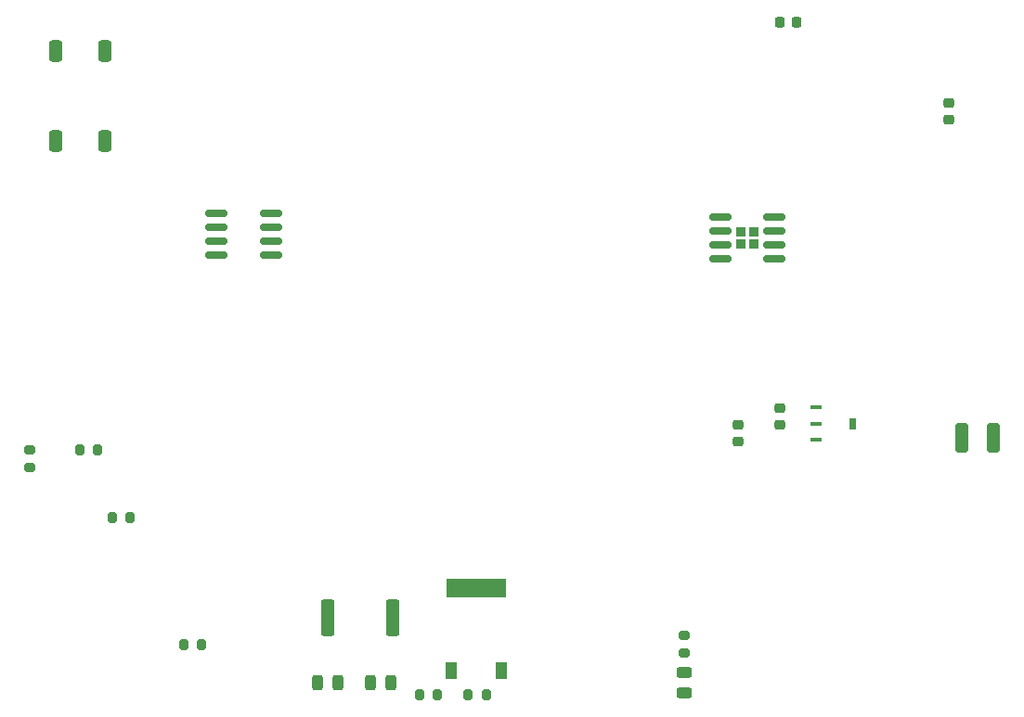
<source format=gtp>
%TF.GenerationSoftware,KiCad,Pcbnew,(6.0.6)*%
%TF.CreationDate,2022-07-27T09:36:35+09:00*%
%TF.ProjectId,arliss,61726c69-7373-42e6-9b69-6361645f7063,rev?*%
%TF.SameCoordinates,Original*%
%TF.FileFunction,Paste,Top*%
%TF.FilePolarity,Positive*%
%FSLAX46Y46*%
G04 Gerber Fmt 4.6, Leading zero omitted, Abs format (unit mm)*
G04 Created by KiCad (PCBNEW (6.0.6)) date 2022-07-27 09:36:35*
%MOMM*%
%LPD*%
G01*
G04 APERTURE LIST*
G04 Aperture macros list*
%AMRoundRect*
0 Rectangle with rounded corners*
0 $1 Rounding radius*
0 $2 $3 $4 $5 $6 $7 $8 $9 X,Y pos of 4 corners*
0 Add a 4 corners polygon primitive as box body*
4,1,4,$2,$3,$4,$5,$6,$7,$8,$9,$2,$3,0*
0 Add four circle primitives for the rounded corners*
1,1,$1+$1,$2,$3*
1,1,$1+$1,$4,$5*
1,1,$1+$1,$6,$7*
1,1,$1+$1,$8,$9*
0 Add four rect primitives between the rounded corners*
20,1,$1+$1,$2,$3,$4,$5,0*
20,1,$1+$1,$4,$5,$6,$7,0*
20,1,$1+$1,$6,$7,$8,$9,0*
20,1,$1+$1,$8,$9,$2,$3,0*%
G04 Aperture macros list end*
%ADD10RoundRect,0.150000X0.825000X0.150000X-0.825000X0.150000X-0.825000X-0.150000X0.825000X-0.150000X0*%
%ADD11R,0.400000X1.000000*%
%ADD12R,1.000000X0.400000*%
%ADD13RoundRect,0.200000X-0.275000X0.200000X-0.275000X-0.200000X0.275000X-0.200000X0.275000X0.200000X0*%
%ADD14RoundRect,0.300000X-0.300000X0.700000X-0.300000X-0.700000X0.300000X-0.700000X0.300000X0.700000X0*%
%ADD15RoundRect,0.200000X0.200000X0.275000X-0.200000X0.275000X-0.200000X-0.275000X0.200000X-0.275000X0*%
%ADD16RoundRect,0.200000X-0.200000X-0.275000X0.200000X-0.275000X0.200000X0.275000X-0.200000X0.275000X0*%
%ADD17RoundRect,0.232500X-0.232500X-0.232500X0.232500X-0.232500X0.232500X0.232500X-0.232500X0.232500X0*%
%ADD18RoundRect,0.150000X-0.825000X-0.150000X0.825000X-0.150000X0.825000X0.150000X-0.825000X0.150000X0*%
%ADD19RoundRect,0.243750X-0.456250X0.243750X-0.456250X-0.243750X0.456250X-0.243750X0.456250X0.243750X0*%
%ADD20RoundRect,0.250000X0.325000X1.100000X-0.325000X1.100000X-0.325000X-1.100000X0.325000X-1.100000X0*%
%ADD21RoundRect,0.225000X-0.250000X0.225000X-0.250000X-0.225000X0.250000X-0.225000X0.250000X0.225000X0*%
%ADD22RoundRect,0.225000X0.250000X-0.225000X0.250000X0.225000X-0.250000X0.225000X-0.250000X-0.225000X0*%
%ADD23RoundRect,0.225000X0.225000X0.250000X-0.225000X0.250000X-0.225000X-0.250000X0.225000X-0.250000X0*%
%ADD24RoundRect,0.243750X0.243750X0.456250X-0.243750X0.456250X-0.243750X-0.456250X0.243750X-0.456250X0*%
%ADD25R,1.000000X1.500000*%
%ADD26R,5.400000X1.700000*%
%ADD27RoundRect,0.243750X-0.243750X-0.456250X0.243750X-0.456250X0.243750X0.456250X-0.243750X0.456250X0*%
%ADD28RoundRect,0.250000X0.362500X1.425000X-0.362500X1.425000X-0.362500X-1.425000X0.362500X-1.425000X0*%
G04 APERTURE END LIST*
D10*
%TO.C,MT_dr_R1*%
X101550000Y-82920000D03*
X101550000Y-81650000D03*
X101550000Y-80380000D03*
X101550000Y-79110000D03*
X106500000Y-79110000D03*
X106500000Y-80380000D03*
X106500000Y-81650000D03*
X106500000Y-82920000D03*
%TD*%
D11*
%TO.C,U2*%
X159410000Y-98290000D03*
X159710000Y-98290000D03*
D12*
X156210000Y-99790000D03*
X156210000Y-96790000D03*
X156210000Y-98290000D03*
%TD*%
D13*
%TO.C,R_LiPo1*%
X144190000Y-117625000D03*
X144190000Y-119275000D03*
%TD*%
D14*
%TO.C,RST_SW1*%
X91400000Y-72530000D03*
X91400000Y-64330000D03*
X86900000Y-72530000D03*
X86900000Y-64330000D03*
%TD*%
D15*
%TO.C,Rnicr2*%
X124495000Y-123040000D03*
X126145000Y-123040000D03*
%TD*%
%TO.C,Rnicr1*%
X120055000Y-123050000D03*
X121705000Y-123050000D03*
%TD*%
%TO.C,Rcom4*%
X98535000Y-118470000D03*
X100185000Y-118470000D03*
%TD*%
D13*
%TO.C,Rcom3*%
X84500000Y-102325000D03*
X84500000Y-100675000D03*
%TD*%
D15*
%TO.C,Rcom2*%
X92035000Y-106850000D03*
X93685000Y-106850000D03*
%TD*%
D16*
%TO.C,Rcom1*%
X90695000Y-100730000D03*
X89045000Y-100730000D03*
%TD*%
D17*
%TO.C,MT_dr_L1*%
X149375000Y-81925000D03*
X150525000Y-81925000D03*
X149375000Y-80775000D03*
X150525000Y-80775000D03*
D18*
X147475000Y-79445000D03*
X147475000Y-80715000D03*
X147475000Y-81985000D03*
X147475000Y-83255000D03*
X152425000Y-83255000D03*
X152425000Y-81985000D03*
X152425000Y-80715000D03*
X152425000Y-79445000D03*
%TD*%
D19*
%TO.C,LED_Lipo1*%
X144175000Y-122925000D03*
X144175000Y-121050000D03*
%TD*%
D20*
%TO.C,47\u03BCF1*%
X172425000Y-99575000D03*
X169475000Y-99575000D03*
%TD*%
D21*
%TO.C,2.2\u03BCF3*%
X168320000Y-70565000D03*
X168320000Y-69015000D03*
%TD*%
D22*
%TO.C,2.2\u03BCF2*%
X152920000Y-96875000D03*
X152920000Y-98425000D03*
%TD*%
D23*
%TO.C,2.2\u03BCF1*%
X152935000Y-61650000D03*
X154485000Y-61650000D03*
%TD*%
D21*
%TO.C,1.0\u03BCF1*%
X149080000Y-99965000D03*
X149080000Y-98415000D03*
%TD*%
D24*
%TO.C,LED2*%
X112657500Y-121950000D03*
X110782500Y-121950000D03*
%TD*%
D25*
%TO.C,MOSFET1*%
X127530000Y-120850000D03*
D26*
X125230000Y-113300000D03*
D25*
X122930000Y-120850000D03*
%TD*%
D27*
%TO.C,LED1*%
X115562500Y-121990000D03*
X117437500Y-121990000D03*
%TD*%
D28*
%TO.C,Rled1*%
X117632500Y-116010000D03*
X111707500Y-116010000D03*
%TD*%
M02*

</source>
